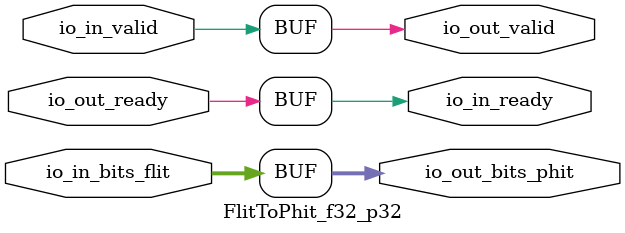
<source format=sv>
`ifndef RANDOMIZE
  `ifdef RANDOMIZE_REG_INIT
    `define RANDOMIZE
  `endif // RANDOMIZE_REG_INIT
`endif // not def RANDOMIZE
`ifndef RANDOMIZE
  `ifdef RANDOMIZE_MEM_INIT
    `define RANDOMIZE
  `endif // RANDOMIZE_MEM_INIT
`endif // not def RANDOMIZE

`ifndef RANDOM
  `define RANDOM $random
`endif // not def RANDOM

// Users can define 'PRINTF_COND' to add an extra gate to prints.
`ifndef PRINTF_COND_
  `ifdef PRINTF_COND
    `define PRINTF_COND_ (`PRINTF_COND)
  `else  // PRINTF_COND
    `define PRINTF_COND_ 1
  `endif // PRINTF_COND
`endif // not def PRINTF_COND_

// Users can define 'ASSERT_VERBOSE_COND' to add an extra gate to assert error printing.
`ifndef ASSERT_VERBOSE_COND_
  `ifdef ASSERT_VERBOSE_COND
    `define ASSERT_VERBOSE_COND_ (`ASSERT_VERBOSE_COND)
  `else  // ASSERT_VERBOSE_COND
    `define ASSERT_VERBOSE_COND_ 1
  `endif // ASSERT_VERBOSE_COND
`endif // not def ASSERT_VERBOSE_COND_

// Users can define 'STOP_COND' to add an extra gate to stop conditions.
`ifndef STOP_COND_
  `ifdef STOP_COND
    `define STOP_COND_ (`STOP_COND)
  `else  // STOP_COND
    `define STOP_COND_ 1
  `endif // STOP_COND
`endif // not def STOP_COND_

// Users can define INIT_RANDOM as general code that gets injected into the
// initializer block for modules with registers.
`ifndef INIT_RANDOM
  `define INIT_RANDOM
`endif // not def INIT_RANDOM

// If using random initialization, you can also define RANDOMIZE_DELAY to
// customize the delay used, otherwise 0.002 is used.
`ifndef RANDOMIZE_DELAY
  `define RANDOMIZE_DELAY 0.002
`endif // not def RANDOMIZE_DELAY

// Define INIT_RANDOM_PROLOG_ for use in our modules below.
`ifndef INIT_RANDOM_PROLOG_
  `ifdef RANDOMIZE
    `ifdef VERILATOR
      `define INIT_RANDOM_PROLOG_ `INIT_RANDOM
    `else  // VERILATOR
      `define INIT_RANDOM_PROLOG_ `INIT_RANDOM #`RANDOMIZE_DELAY begin end
    `endif // VERILATOR
  `else  // RANDOMIZE
    `define INIT_RANDOM_PROLOG_
  `endif // RANDOMIZE
`endif // not def INIT_RANDOM_PROLOG_

// Include register initializers in init blocks unless synthesis is set
`ifndef SYNTHESIS
  `ifndef ENABLE_INITIAL_REG_
    `define ENABLE_INITIAL_REG_
  `endif // not def ENABLE_INITIAL_REG_
`endif // not def SYNTHESIS

// Include rmemory initializers in init blocks unless synthesis is set
`ifndef SYNTHESIS
  `ifndef ENABLE_INITIAL_MEM_
    `define ENABLE_INITIAL_MEM_
  `endif // not def ENABLE_INITIAL_MEM_
`endif // not def SYNTHESIS

module FlitToPhit_f32_p32(	// @[generators/testchipip/src/main/scala/serdes/Serdes.scala:71:7]
  output        io_in_ready,	// @[generators/testchipip/src/main/scala/serdes/Serdes.scala:73:14]
  input         io_in_valid,	// @[generators/testchipip/src/main/scala/serdes/Serdes.scala:73:14]
  input  [31:0] io_in_bits_flit,	// @[generators/testchipip/src/main/scala/serdes/Serdes.scala:73:14]
  input         io_out_ready,	// @[generators/testchipip/src/main/scala/serdes/Serdes.scala:73:14]
  output        io_out_valid,	// @[generators/testchipip/src/main/scala/serdes/Serdes.scala:73:14]
  output [31:0] io_out_bits_phit	// @[generators/testchipip/src/main/scala/serdes/Serdes.scala:73:14]
);

  assign io_in_ready = io_out_ready;	// @[generators/testchipip/src/main/scala/serdes/Serdes.scala:71:7]
  assign io_out_valid = io_in_valid;	// @[generators/testchipip/src/main/scala/serdes/Serdes.scala:71:7]
  assign io_out_bits_phit = io_in_bits_flit;	// @[generators/testchipip/src/main/scala/serdes/Serdes.scala:71:7]
endmodule


</source>
